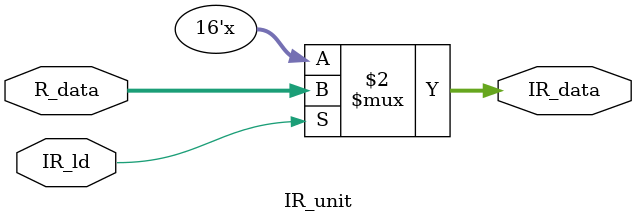
<source format=v>
`timescale 1ns / 1ps


module IR_unit(
    input IR_ld, 
    input [15:0] R_data,
    output [15:0] IR_data
    );
    
    reg [15:0] IR_data;
    
    always @(IR_ld or R_data) begin
        if (IR_ld)
            IR_data <= R_data;
    end
    
endmodule

</source>
